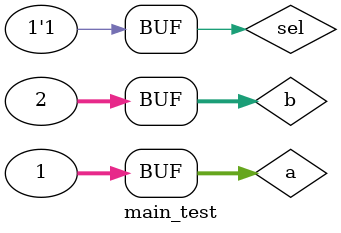
<source format=v>
`timescale 1ns / 1ps

module main_test;

   // Inputs
   reg [31:0] a, b;
   reg	      sel;

   // Outputs
   wire [31:0] res;

   // parameter size = 16;

   // Instantiate the Unit Under Test (UUT)
   PcMux uut(res,
	       a,
	       b,
	       sel
	      );

   initial begin
      /// Initialize Inputs
      #10;
      a = 1;
      b = 2;
      sel = 0;

      #10;
      a = 1;
      b = 2;
      sel = 1;

      #10;


      // $readmemb("pth", 2d_reg, start_addr, end_addr);
   end

   initial begin
      $dumpfile("./pcMux_test.vcd");
      $dumpvars;
   end

endmodule

</source>
